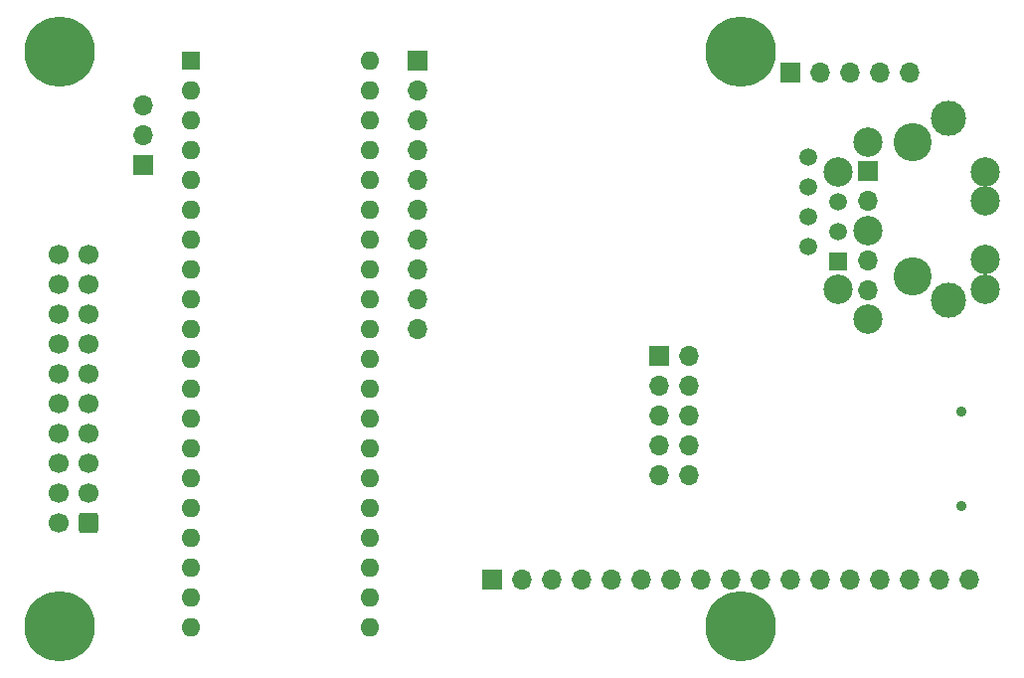
<source format=gbr>
G04 #@! TF.GenerationSoftware,KiCad,Pcbnew,(6.0.5)*
G04 #@! TF.CreationDate,2022-05-29T11:52:24+01:00*
G04 #@! TF.ProjectId,Econet_AtoMMC,45636f6e-6574-45f4-9174-6f4d4d432e6b,01*
G04 #@! TF.SameCoordinates,Original*
G04 #@! TF.FileFunction,Soldermask,Bot*
G04 #@! TF.FilePolarity,Negative*
%FSLAX46Y46*%
G04 Gerber Fmt 4.6, Leading zero omitted, Abs format (unit mm)*
G04 Created by KiCad (PCBNEW (6.0.5)) date 2022-05-29 11:52:24*
%MOMM*%
%LPD*%
G01*
G04 APERTURE LIST*
G04 Aperture macros list*
%AMRoundRect*
0 Rectangle with rounded corners*
0 $1 Rounding radius*
0 $2 $3 $4 $5 $6 $7 $8 $9 X,Y pos of 4 corners*
0 Add a 4 corners polygon primitive as box body*
4,1,4,$2,$3,$4,$5,$6,$7,$8,$9,$2,$3,0*
0 Add four circle primitives for the rounded corners*
1,1,$1+$1,$2,$3*
1,1,$1+$1,$4,$5*
1,1,$1+$1,$6,$7*
1,1,$1+$1,$8,$9*
0 Add four rect primitives between the rounded corners*
20,1,$1+$1,$2,$3,$4,$5,0*
20,1,$1+$1,$4,$5,$6,$7,0*
20,1,$1+$1,$6,$7,$8,$9,0*
20,1,$1+$1,$8,$9,$2,$3,0*%
G04 Aperture macros list end*
%ADD10R,1.700000X1.700000*%
%ADD11O,1.700000X1.700000*%
%ADD12C,3.250000*%
%ADD13C,1.500000*%
%ADD14C,2.500000*%
%ADD15C,3.000000*%
%ADD16R,1.500000X1.500000*%
%ADD17C,0.900000*%
%ADD18RoundRect,0.250000X0.600000X0.600000X-0.600000X0.600000X-0.600000X-0.600000X0.600000X-0.600000X0*%
%ADD19C,1.700000*%
%ADD20R,1.600000X1.600000*%
%ADD21O,1.600000X1.600000*%
%ADD22C,6.000000*%
G04 APERTURE END LIST*
D10*
X155675000Y-61375000D03*
D11*
X158215000Y-61375000D03*
X160755000Y-61375000D03*
X163295000Y-61375000D03*
X165835000Y-61375000D03*
D10*
X130275000Y-104555000D03*
D11*
X132815000Y-104555000D03*
X135355000Y-104555000D03*
X137895000Y-104555000D03*
X140435000Y-104555000D03*
X142975000Y-104555000D03*
X145515000Y-104555000D03*
X148055000Y-104555000D03*
X150595000Y-104555000D03*
X153135000Y-104555000D03*
X155675000Y-104555000D03*
X158215000Y-104555000D03*
X160755000Y-104555000D03*
X163295000Y-104555000D03*
X165835000Y-104555000D03*
X168375000Y-104555000D03*
X170915000Y-104555000D03*
D12*
X166048900Y-78714020D03*
X166048900Y-67284020D03*
D10*
X162236100Y-69746220D03*
D13*
X157158900Y-68554020D03*
D14*
X162236100Y-67326220D03*
D13*
X157158900Y-73634020D03*
X159698900Y-74904020D03*
X157158900Y-71094020D03*
D15*
X169098900Y-65229020D03*
X169098900Y-80769020D03*
D14*
X172236100Y-69826220D03*
D13*
X159698900Y-72364020D03*
D14*
X172236100Y-77326220D03*
X172236100Y-72326220D03*
X162236100Y-74826220D03*
X172236100Y-79826220D03*
D11*
X162236100Y-79906220D03*
D16*
X159698900Y-77444020D03*
D14*
X162236100Y-82326220D03*
X159736100Y-69826220D03*
D11*
X162236100Y-72286220D03*
X162236100Y-77366220D03*
D13*
X157158900Y-76174020D03*
D14*
X159736100Y-79826220D03*
D17*
X170175000Y-98255000D03*
X170175000Y-90255000D03*
D10*
X123925000Y-60369000D03*
D11*
X123925000Y-62909000D03*
X123925000Y-65449000D03*
X123925000Y-67989000D03*
X123925000Y-70529000D03*
X123925000Y-73069000D03*
X123925000Y-75609000D03*
X123925000Y-78149000D03*
X123925000Y-80689000D03*
X123925000Y-83229000D03*
D10*
X100557000Y-69254000D03*
D11*
X100557000Y-66714000D03*
X100557000Y-64174000D03*
D18*
X95848500Y-99734000D03*
D19*
X93308500Y-99734000D03*
X95848500Y-97194000D03*
X93308500Y-97194000D03*
X95848500Y-94654000D03*
X93308500Y-94654000D03*
X95848500Y-92114000D03*
X93308500Y-92114000D03*
X95848500Y-89574000D03*
X93308500Y-89574000D03*
X95848500Y-87034000D03*
X93308500Y-87034000D03*
X95848500Y-84494000D03*
X93308500Y-84494000D03*
X95848500Y-81954000D03*
X93308500Y-81954000D03*
X95848500Y-79414000D03*
X93308500Y-79414000D03*
X95848500Y-76874000D03*
X93308500Y-76874000D03*
D10*
X144499000Y-85515000D03*
D11*
X147039000Y-85515000D03*
X144499000Y-88055000D03*
X147039000Y-88055000D03*
X144499000Y-90595000D03*
X147039000Y-90595000D03*
X144499000Y-93135000D03*
X147039000Y-93135000D03*
X144499000Y-95675000D03*
X147039000Y-95675000D03*
D20*
X104621000Y-60369000D03*
D21*
X104621000Y-62909000D03*
X104621000Y-65449000D03*
X104621000Y-67989000D03*
X104621000Y-70529000D03*
X104621000Y-73069000D03*
X104621000Y-75609000D03*
X104621000Y-78149000D03*
X104621000Y-80689000D03*
X104621000Y-83229000D03*
X104621000Y-85769000D03*
X104621000Y-88309000D03*
X104621000Y-90849000D03*
X104621000Y-93389000D03*
X104621000Y-95929000D03*
X104621000Y-98469000D03*
X104621000Y-101009000D03*
X104621000Y-103549000D03*
X104621000Y-106089000D03*
X104621000Y-108629000D03*
X119861000Y-108629000D03*
X119861000Y-106089000D03*
X119861000Y-103549000D03*
X119861000Y-101009000D03*
X119861000Y-98469000D03*
X119861000Y-95929000D03*
X119861000Y-93389000D03*
X119861000Y-90849000D03*
X119861000Y-88309000D03*
X119861000Y-85769000D03*
X119861000Y-83229000D03*
X119861000Y-80689000D03*
X119861000Y-78149000D03*
X119861000Y-75609000D03*
X119861000Y-73069000D03*
X119861000Y-70529000D03*
X119861000Y-67989000D03*
X119861000Y-65449000D03*
X119861000Y-62909000D03*
X119861000Y-60369000D03*
D22*
X93415000Y-59555000D03*
X151415000Y-59555000D03*
X151415000Y-108555000D03*
X93415000Y-108555000D03*
M02*

</source>
